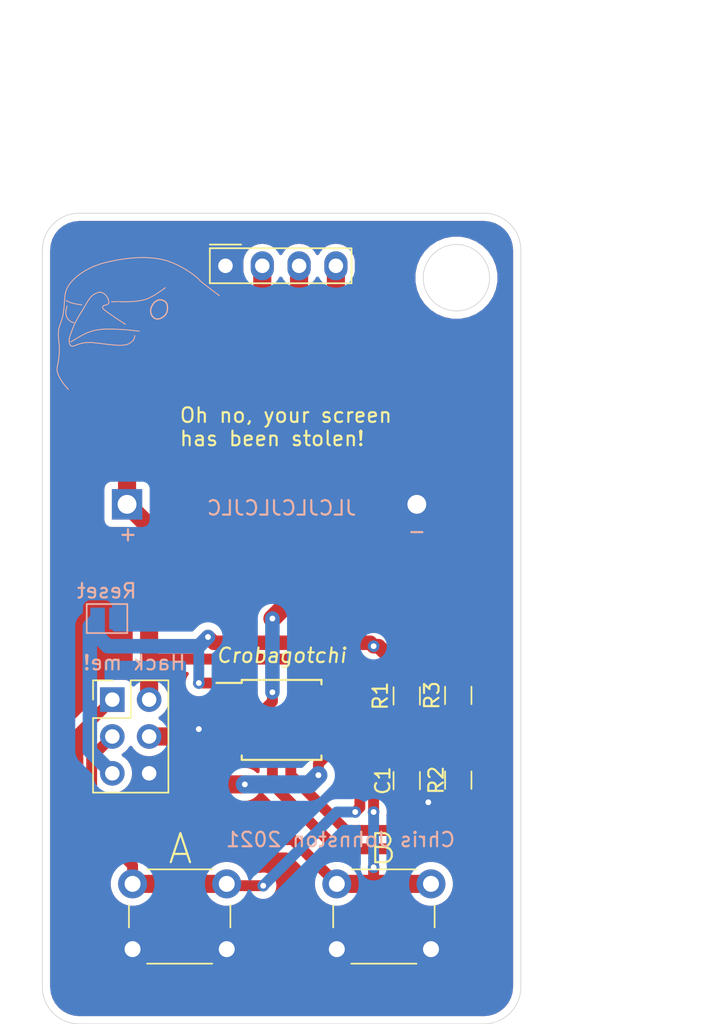
<source format=kicad_pcb>
(kicad_pcb (version 20171130) (host pcbnew 5.1.6-c6e7f7d~87~ubuntu19.10.1)
  (layers (0 F.Cu signal) (31 B.Cu signal) (34 B.Paste user) (35 F.Paste user) (36 B.SilkS user) (37 F.SilkS user) (38 B.Mask user) (39 F.Mask user) (44 Edge.Cuts user))
  (net 0 "")
  (net 1 GND)
  (net 2 VCC)
  (net 3 rst)
  (net 4 mosi)
  (net 5 button_select)
  (net 6 button_option)
  (net 7 disp_sda)
  (net 8 disp_scl)
  (module crow:kicad_vectorcrob (layer B.Cu) (at 108.712 49.784 180)
    (fp_text reference svg2mod hide)
    (fp_text value G*** hide)
  )
  (module Battery:BatteryHolder_ComfortableElectronic_CH273-2450_1x2450 (layer B.Cu) (at 101.092 68.326)
    (fp_text reference BT1 hide)
    (fp_text value Battery hide)
    (fp_text user + (at 0.0635 2.032) (layer B.SilkS) (effects (justify mirror)))
    (fp_text user - (at 20.0025 1.8415) (layer B.SilkS) (effects (justify mirror)))
    (pad 2 thru_hole circle (at 20 0 90) (size 2.1 2.1) (drill 1.3) (layers *.Cu *.Mask) (net 1 GND))
    (pad 1 thru_hole rect (at 0 0 90) (size 2.1 2.1) (drill 1.3) (layers *.Cu *.Mask) (net 2 VCC))
  )
  (module ssd1306:128x64OLED (layer F.Cu) (at 111.506 62.484)
    (fp_text reference Brd1 hide)
    (fp_text value SSD1306)
    (pad 2 thru_hole oval (at -1.08 -10.6 90) (size 2 1.6) (drill 1) (layers *.Cu *.Mask) (net 2 VCC))
    (pad 1 thru_hole oval (at -3.62 -10.6 90) (size 2 1.6) (drill 1) (layers *.Cu *.Mask) (net 1 GND))
    (pad 3 thru_hole oval (at 1.46 -10.6 90) (size 2 1.6) (drill 1) (layers *.Cu *.Mask) (net 8 disp_scl))
    (pad 4 thru_hole oval (at 4 -10.6 90) (size 2 1.6) (drill 1) (layers *.Cu *.Mask) (net 7 disp_sda))
  )
  (module Button_Switch_THT:SW_PUSH_6mm (layer F.Cu) (at 115.57 94.488)
    (fp_text reference SW3 hide)
    (fp_text value SW_Push)
    (pad 1 thru_hole circle (at 6.5 0 90) (size 2 2) (drill 1.1) (layers *.Cu *.Mask) (net 5 button_select))
    (pad 2 thru_hole circle (at 6.5 4.5 90) (size 2 2) (drill 1.1) (layers *.Cu *.Mask) (net 1 GND))
    (pad 1 thru_hole circle (at 0 0 90) (size 2 2) (drill 1.1) (layers *.Cu *.Mask) (net 5 button_select))
    (pad 2 thru_hole circle (at 0 4.5 90) (size 2 2) (drill 1.1) (layers *.Cu *.Mask) (net 1 GND))
  )
  (module Button_Switch_THT:SW_PUSH_6mm (layer F.Cu) (at 101.473 94.488)
    (fp_text reference SW2 hide)
    (fp_text value SW_Push)
    (pad 2 thru_hole circle (at 0 4.5 90) (size 2 2) (drill 1.1) (layers *.Cu *.Mask) (net 1 GND))
    (pad 1 thru_hole circle (at 0 0 90) (size 2 2) (drill 1.1) (layers *.Cu *.Mask) (net 6 button_option))
    (pad 2 thru_hole circle (at 6.5 4.5 90) (size 2 2) (drill 1.1) (layers *.Cu *.Mask) (net 1 GND))
    (pad 1 thru_hole circle (at 6.5 0 90) (size 2 2) (drill 1.1) (layers *.Cu *.Mask) (net 6 button_option))
  )
  (module Jumper:SolderJumper-2_P1.3mm_Open_Pad1.0x1.5mm (layer B.Cu) (at 99.71 76.2)
    (fp_text reference SW1 hide)
    (fp_text value SW_Push)
    (pad 2 smd rect (at 0.65 0) (size 1 1.5) (layers B.Cu B.Mask) (net 1 GND))
    (pad 1 smd rect (at -0.65 0) (size 1 1.5) (layers B.Cu B.Mask) (net 3 rst))
  )
  (module Resistor_SMD:R_1206_3216Metric_Pad1.42x1.75mm_HandSolder (layer F.Cu) (at 123.952 81.4975 90)
    (fp_text reference R3 (at 0 -1.82 90) (layer F.SilkS))
    (fp_text value 4.7K)
    (pad 2 smd roundrect (at 1.4875 0 90) (size 1.425 1.75) (layers F.Cu F.Paste F.Mask) (roundrect_rratio 0.175439) (net 7 disp_sda))
    (pad 1 smd roundrect (at -1.4875 0 90) (size 1.425 1.75) (layers F.Cu F.Paste F.Mask) (roundrect_rratio 0.175439) (net 2 VCC))
  )
  (module Resistor_SMD:R_1206_3216Metric_Pad1.42x1.75mm_HandSolder (layer F.Cu) (at 123.952 87.3395 270)
    (fp_text reference R2 (at 0 1.524 90) (layer F.SilkS))
    (fp_text value 4.7K)
    (pad 2 smd roundrect (at 1.4875 0 270) (size 1.425 1.75) (layers F.Cu F.Paste F.Mask) (roundrect_rratio 0.175439) (net 8 disp_scl))
    (pad 1 smd roundrect (at -1.4875 0 270) (size 1.425 1.75) (layers F.Cu F.Paste F.Mask) (roundrect_rratio 0.175439) (net 2 VCC))
  )
  (module Capacitor_SMD:C_1206_3216Metric_Pad1.42x1.75mm_HandSolder (layer F.Cu) (at 120.396 87.376 270)
    (fp_text reference C1 (at 0 1.651 90) (layer F.SilkS))
    (fp_text value 1uf)
    (pad 2 smd roundrect (at 1.4875 0 270) (size 1.425 1.75) (layers F.Cu F.Paste F.Mask) (roundrect_rratio 0.175439) (net 1 GND))
    (pad 1 smd roundrect (at -1.4875 0 270) (size 1.425 1.75) (layers F.Cu F.Paste F.Mask) (roundrect_rratio 0.175439) (net 2 VCC))
  )
  (module Connector_PinHeader_2.54mm:PinHeader_2x03_P2.54mm_Vertical (layer F.Cu) (at 100.076 81.788)
    (fp_text reference J1 hide)
    (fp_text value AVR-ISP-6)
    (pad 6 thru_hole oval (at 2.54 5.08) (size 1.7 1.7) (drill 1) (layers *.Cu *.Mask) (net 1 GND))
    (pad 5 thru_hole oval (at 0 5.08) (size 1.7 1.7) (drill 1) (layers *.Cu *.Mask) (net 3 rst))
    (pad 4 thru_hole oval (at 2.54 2.54) (size 1.7 1.7) (drill 1) (layers *.Cu *.Mask) (net 4 mosi))
    (pad 3 thru_hole oval (at 0 2.54) (size 1.7 1.7) (drill 1) (layers *.Cu *.Mask) (net 5 button_select))
    (pad 2 thru_hole oval (at 2.54 0) (size 1.7 1.7) (drill 1) (layers *.Cu *.Mask) (net 2 VCC))
    (pad 1 thru_hole rect (at 0 0) (size 1.7 1.7) (drill 1) (layers *.Cu *.Mask) (net 6 button_option))
  )
  (module Package_SO:SOIJ-8_5.3x5.3mm_P1.27mm (layer F.Cu) (at 111.76 83.185)
    (fp_text reference U1 hide)
    (fp_text value ATtiny85V-10SU)
    (pad 8 smd rect (at 3.65 -1.905) (size 1.7 0.65) (layers F.Cu F.Paste F.Mask) (net 2 VCC))
    (pad 7 smd rect (at 3.65 -0.635) (size 1.7 0.65) (layers F.Cu F.Paste F.Mask) (net 5 button_select))
    (pad 6 smd rect (at 3.65 0.635) (size 1.7 0.65) (layers F.Cu F.Paste F.Mask) (net 6 button_option))
    (pad 5 smd rect (at 3.65 1.905) (size 1.7 0.65) (layers F.Cu F.Paste F.Mask) (net 4 mosi))
    (pad 4 smd rect (at -3.65 1.905) (size 1.7 0.65) (layers F.Cu F.Paste F.Mask) (net 1 GND))
    (pad 3 smd rect (at -3.65 0.635) (size 1.7 0.65) (layers F.Cu F.Paste F.Mask) (net 7 disp_sda))
    (pad 2 smd rect (at -3.65 -0.635) (size 1.7 0.65) (layers F.Cu F.Paste F.Mask) (net 8 disp_scl))
    (pad 1 smd rect (at -3.65 -1.905) (size 1.7 0.65) (layers F.Cu F.Paste F.Mask) (net 3 rst))
  )
  (module Resistor_SMD:R_1206_3216Metric_Pad1.42x1.75mm_HandSolder (layer F.Cu) (at 120.396 81.534 90)
    (fp_text reference R1 (at 0 -1.82 90) (layer F.SilkS))
    (fp_text value 10k)
    (pad 2 smd roundrect (at 1.4875 0 90) (size 1.425 1.75) (layers F.Cu F.Paste F.Mask) (roundrect_rratio 0.175439) (net 3 rst))
    (pad 1 smd roundrect (at -1.4875 0 90) (size 1.425 1.75) (layers F.Cu F.Paste F.Mask) (roundrect_rratio 0.175439) (net 2 VCC))
  )
  (gr_text JLCJLCJLCJLC (at 111.76 68.58) (layer B.SilkS) (effects (font (size 1 1)) (justify mirror)))
  (gr_text "Chris Johnston 2021" (at 115.824 91.44) (layer B.SilkS) (effects (font (size 1 1)) (justify mirror)))
  (gr_text Crobagotchi (at 111.76 78.74) (layer F.SilkS) (effects (font (size 1 1) (thickness 0.15) italic)))
  (gr_text "Oh no, your screen\nhas been stolen!" (at 104.648 62.992) (layer F.SilkS) (effects (font (size 1 1)) (justify left)))
  (gr_text B (at 118.745 92.075) (layer F.SilkS) (effects (font (size 2 2))))
  (gr_text A (at 104.775 92.075) (layer F.SilkS) (effects (font (size 2 2))))
  (gr_text Reset (at 99.695 74.295) (layer B.SilkS) (effects (font (size 1 1)) (justify mirror)))
  (gr_text "Hack me!" (at 101.6 79.248) (layer B.SilkS) (effects (font (size 1 1)) (justify mirror)))
  (gr_circle (center 123.825 52.705) (end 125.73 51.435) (layer Edge.Cuts) (width 0.05))
  (gr_line (start 97.79 104.14) (end 125.73 104.14) (layer Edge.Cuts) (width 0.05))
  (gr_arc (start 97.79 101.6) (end 95.25 101.6) (angle -90) (layer Edge.Cuts) (width 0.05))
  (gr_line (start 95.25 50.8) (end 95.25 101.6) (layer Edge.Cuts) (width 0.05))
  (gr_line (start 99.06 48.26) (end 97.79 48.26) (layer Edge.Cuts) (width 0.05))
  (gr_arc (start 97.79 50.8) (end 97.79 48.26) (angle -90) (layer Edge.Cuts) (width 0.05))
  (gr_line (start 125.73 48.26) (end 99.06 48.26) (layer Edge.Cuts) (width 0.05))
  (gr_arc (start 125.73 50.8) (end 128.27 50.8) (angle -90) (layer Edge.Cuts) (width 0.05))
  (gr_line (start 128.27 101.6) (end 128.27 50.8) (layer Edge.Cuts) (width 0.05))
  (gr_arc (start 125.73 101.6) (end 125.73 104.14) (angle -90) (layer Edge.Cuts) (width 0.05))
  (segment (start 108.11 85.09) (end 107.315 85.09) (width 0.75) (layer F.Cu) (net 1))
  (segment (start 107.315 85.09) (end 106.045 83.82) (width 0.75) (layer F.Cu) (net 1))
  (via (at 106.045 83.82) (size 0.8) (drill 0.4) (layers F.Cu B.Cu) (net 1))
  (segment (start 120.396 88.8635) (end 121.8835 88.8635) (width 0.75) (layer F.Cu) (net 1))
  (via (at 121.8835 88.8635) (size 0.8) (drill 0.4) (layers F.Cu B.Cu) (net 1))
  (segment (start 101.092 68.326) (end 101.092 64.008) (width 1.25) (layer F.Cu) (net 2))
  (segment (start 110.426 54.674) (end 110.426 51.884) (width 1.25) (layer F.Cu) (net 2))
  (segment (start 101.092 64.008) (end 110.426 54.674) (width 1.25) (layer F.Cu) (net 2))
  (segment (start 102.616 69.85) (end 101.092 68.326) (width 1.25) (layer F.Cu) (net 2))
  (segment (start 113.124 78.994) (end 102.616 78.994) (width 0.75) (layer F.Cu) (net 2))
  (segment (start 115.41 81.28) (end 113.124 78.994) (width 0.75) (layer F.Cu) (net 2))
  (segment (start 102.616 78.994) (end 102.616 81.788) (width 1.25) (layer F.Cu) (net 2))
  (segment (start 102.616 69.85) (end 102.616 78.994) (width 1.25) (layer F.Cu) (net 2))
  (segment (start 123.9155 85.8885) (end 123.952 85.852) (width 1.25) (layer F.Cu) (net 2))
  (segment (start 120.396 85.8885) (end 123.9155 85.8885) (width 1.25) (layer F.Cu) (net 2))
  (segment (start 120.4325 82.985) (end 120.396 83.0215) (width 1.25) (layer F.Cu) (net 2))
  (segment (start 123.952 82.985) (end 120.4325 82.985) (width 1.25) (layer F.Cu) (net 2))
  (segment (start 120.396 83.0215) (end 120.396 85.8885) (width 1.25) (layer F.Cu) (net 2))
  (segment (start 118.6545 81.28) (end 120.396 83.0215) (width 0.75) (layer F.Cu) (net 2))
  (segment (start 115.41 81.28) (end 118.6545 81.28) (width 0.75) (layer F.Cu) (net 2))
  (segment (start 123.952 82.985) (end 123.952 85.852) (width 1.25) (layer F.Cu) (net 2))
  (segment (start 98.525999 85.317999) (end 100.076 86.868) (width 1) (layer B.Cu) (net 3))
  (segment (start 98.525999 76.734001) (end 98.525999 85.317999) (width 1) (layer B.Cu) (net 3))
  (segment (start 99.06 76.2) (end 98.525999 76.734001) (width 1) (layer B.Cu) (net 3))
  (segment (start 99.06 77.410002) (end 99.754998 78.105) (width 1) (layer B.Cu) (net 3))
  (segment (start 99.06 76.2) (end 99.06 77.410002) (width 1) (layer B.Cu) (net 3))
  (via (at 118.11 78.105) (size 0.8) (drill 0.4) (layers F.Cu B.Cu) (net 3))
  (segment (start 118.4545 78.105) (end 120.396 80.0465) (width 1) (layer F.Cu) (net 3))
  (segment (start 118.11 78.105) (end 118.4545 78.105) (width 1) (layer F.Cu) (net 3))
  (segment (start 106.045 78.105) (end 106.045 80.645) (width 0.75) (layer B.Cu) (net 3))
  (segment (start 99.754998 78.105) (end 106.045 78.105) (width 1) (layer B.Cu) (net 3))
  (via (at 106.045 80.645) (size 0.8) (drill 0.4) (layers F.Cu B.Cu) (net 3))
  (segment (start 107.475 80.645) (end 108.11 81.28) (width 0.75) (layer F.Cu) (net 3))
  (segment (start 106.045 80.645) (end 107.475 80.645) (width 0.75) (layer F.Cu) (net 3))
  (segment (start 106.045 78.105) (end 106.68 77.47) (width 1) (layer B.Cu) (net 3))
  (via (at 106.68 77.47) (size 0.8) (drill 0.4) (layers F.Cu B.Cu) (net 3))
  (segment (start 117.874999 77.869999) (end 118.11 78.105) (width 1) (layer F.Cu) (net 3))
  (segment (start 107.079999 77.869999) (end 117.874999 77.869999) (width 1) (layer F.Cu) (net 3))
  (segment (start 106.68 77.47) (end 107.079999 77.869999) (width 1) (layer F.Cu) (net 3))
  (segment (start 102.616 84.328) (end 104.013 84.328) (width 1.25) (layer F.Cu) (net 4))
  (segment (start 104.013 84.328) (end 107.315 87.63) (width 1.25) (layer F.Cu) (net 4))
  (segment (start 107.315 87.63) (end 109.22 87.63) (width 1.25) (layer F.Cu) (net 4))
  (via (at 109.22 87.63) (size 0.8) (drill 0.4) (layers F.Cu B.Cu) (net 4))
  (via (at 114.3 86.995) (size 0.8) (drill 0.4) (layers F.Cu B.Cu) (net 4))
  (segment (start 113.665 87.63) (end 114.3 86.995) (width 1.25) (layer B.Cu) (net 4))
  (segment (start 109.22 87.63) (end 113.665 87.63) (width 1.25) (layer B.Cu) (net 4))
  (via (at 114.3 86.995) (size 0.8) (drill 0.4) (layers F.Cu B.Cu) (net 4))
  (segment (start 114.3 86.2) (end 115.41 85.09) (width 0.75) (layer F.Cu) (net 4))
  (segment (start 114.3 86.995) (end 114.3 86.2) (width 0.75) (layer F.Cu) (net 4))
  (segment (start 115.41 82.55) (end 117.475 82.55) (width 0.75) (layer F.Cu) (net 5))
  (segment (start 117.475 82.55) (end 118.11 83.185) (width 0.75) (layer F.Cu) (net 5))
  (segment (start 118.11 83.185) (end 118.11 89.535) (width 0.75) (layer F.Cu) (net 5))
  (via (at 118.11 89.535) (size 0.8) (drill 0.4) (layers F.Cu B.Cu) (net 5))
  (segment (start 118.11 89.535) (end 118.11 92.71) (width 0.75) (layer B.Cu) (net 5))
  (segment (start 118.11 92.71) (end 118.11 93.345) (width 0.75) (layer B.Cu) (net 5))
  (via (at 118.11 93.345) (size 0.8) (drill 0.4) (layers F.Cu B.Cu) (net 5))
  (segment (start 118.11 94.361) (end 118.237 94.488) (width 0.75) (layer F.Cu) (net 5))
  (segment (start 118.11 93.345) (end 118.11 94.361) (width 0.75) (layer F.Cu) (net 5))
  (segment (start 118.237 94.488) (end 115.57 94.488) (width 1.25) (layer F.Cu) (net 5))
  (segment (start 122.07 94.488) (end 118.237 94.488) (width 1.25) (layer F.Cu) (net 5))
  (segment (start 98.650999 85.753001) (end 98.650999 88.490999) (width 0.75) (layer F.Cu) (net 5))
  (segment (start 100.076 84.328) (end 98.650999 85.753001) (width 0.75) (layer F.Cu) (net 5))
  (segment (start 98.650999 88.490999) (end 101.6 91.44) (width 0.75) (layer F.Cu) (net 5))
  (segment (start 112.522 91.44) (end 115.57 94.488) (width 0.75) (layer F.Cu) (net 5))
  (segment (start 101.6 91.44) (end 112.522 91.44) (width 0.75) (layer F.Cu) (net 5))
  (segment (start 107.973 94.488) (end 101.473 94.488) (width 1.25) (layer F.Cu) (net 6))
  (segment (start 116.350002 83.82) (end 117.15999 84.629988) (width 0.75) (layer F.Cu) (net 6))
  (segment (start 115.41 83.82) (end 116.350002 83.82) (width 0.75) (layer F.Cu) (net 6))
  (segment (start 117.15999 84.629988) (end 117.15999 89.21501) (width 0.75) (layer F.Cu) (net 6))
  (segment (start 117.15999 89.21501) (end 116.84 89.535) (width 0.75) (layer F.Cu) (net 6))
  (via (at 116.84 89.535) (size 0.8) (drill 0.4) (layers F.Cu B.Cu) (net 6))
  (segment (start 116.84 89.535) (end 115.57 89.535) (width 0.75) (layer B.Cu) (net 6))
  (segment (start 115.57 89.535) (end 110.49 94.615) (width 0.75) (layer B.Cu) (net 6))
  (via (at 110.49 94.615) (size 0.8) (drill 0.4) (layers F.Cu B.Cu) (net 6))
  (segment (start 108.1 94.615) (end 107.973 94.488) (width 0.75) (layer F.Cu) (net 6))
  (segment (start 110.49 94.615) (end 108.1 94.615) (width 0.75) (layer F.Cu) (net 6))
  (segment (start 97.700989 84.163011) (end 97.700989 89.445989) (width 0.75) (layer F.Cu) (net 6))
  (segment (start 100.076 81.788) (end 97.700989 84.163011) (width 0.75) (layer F.Cu) (net 6))
  (segment (start 101.473 93.218) (end 101.473 94.488) (width 0.75) (layer F.Cu) (net 6))
  (segment (start 97.700989 89.445989) (end 101.473 93.218) (width 0.75) (layer F.Cu) (net 6))
  (segment (start 115.506 72.439) (end 115.506 51.884) (width 1.25) (layer F.Cu) (net 7))
  (segment (start 123.077 80.01) (end 115.506 72.439) (width 1.25) (layer F.Cu) (net 7))
  (segment (start 123.952 80.01) (end 123.077 80.01) (width 1.25) (layer F.Cu) (net 7))
  (segment (start 109.855 83.82) (end 108.11 83.82) (width 0.75) (layer F.Cu) (net 7))
  (segment (start 115.57 92.075) (end 111.125 87.63) (width 0.75) (layer F.Cu) (net 7))
  (segment (start 122.958244 92.075) (end 115.57 92.075) (width 0.75) (layer F.Cu) (net 7))
  (segment (start 111.125 85.09) (end 109.855 83.82) (width 0.75) (layer F.Cu) (net 7))
  (segment (start 125.73 89.303244) (end 122.958244 92.075) (width 0.75) (layer F.Cu) (net 7))
  (segment (start 111.125 87.63) (end 111.125 85.09) (width 0.75) (layer F.Cu) (net 7))
  (segment (start 125.73 80.645) (end 125.73 89.303244) (width 0.75) (layer F.Cu) (net 7))
  (segment (start 125.095 80.01) (end 125.73 80.645) (width 0.75) (layer F.Cu) (net 7))
  (segment (start 123.952 80.01) (end 125.095 80.01) (width 0.75) (layer F.Cu) (net 7))
  (segment (start 108.11 82.55) (end 110.49 82.55) (width 0.75) (layer F.Cu) (net 8))
  (segment (start 110.49 82.55) (end 112.395 84.455) (width 0.75) (layer F.Cu) (net 8))
  (segment (start 112.395 84.455) (end 112.395 86.995) (width 0.75) (layer F.Cu) (net 8))
  (segment (start 112.395 86.995) (end 116.205 90.805) (width 0.75) (layer F.Cu) (net 8))
  (segment (start 121.974 90.805) (end 123.952 88.827) (width 0.75) (layer F.Cu) (net 8))
  (segment (start 116.205 90.805) (end 121.974 90.805) (width 0.75) (layer F.Cu) (net 8))
  (segment (start 112.966 51.884) (end 112.966 74.359) (width 1.25) (layer F.Cu) (net 8))
  (segment (start 112.966 74.359) (end 111.125 76.2) (width 1.25) (layer F.Cu) (net 8))
  (via (at 111.125 76.2) (size 0.8) (drill 0.4) (layers F.Cu B.Cu) (net 8))
  (segment (start 111.125 76.2) (end 111.125 81.28) (width 1) (layer B.Cu) (net 8))
  (via (at 111.125 81.28) (size 0.8) (drill 0.4) (layers F.Cu B.Cu) (net 8))
  (segment (start 111.125 81.915) (end 110.49 82.55) (width 0.75) (layer F.Cu) (net 8))
  (segment (start 111.125 81.28) (end 111.125 81.915) (width 0.75) (layer F.Cu) (net 8))
  (zone (net 1) (net_name GND) (layer F.Cu) (connect_pads yes (clearance 0.508)) (min_thickness 0.254) (fill yes (arc_segments 32) (thermal_gap 0.508) (thermal_bridge_width 0.508))
    (polygon (pts (xy 128.27 104.14) (xy 95.25 104.14) (xy 95.25 48.26) (xy 128.27 48.26)))
  )
  (zone (net 1) (net_name GND) (layer B.Cu) (connect_pads yes (clearance 0.508)) (min_thickness 0.254) (fill yes (arc_segments 32) (thermal_gap 0.508) (thermal_bridge_width 0.508) (smoothing fillet))
    (polygon (pts (xy 128.27 104.14) (xy 95.25 104.14) (xy 95.25 48.26) (xy 128.27 48.26)))
  )
)
</source>
